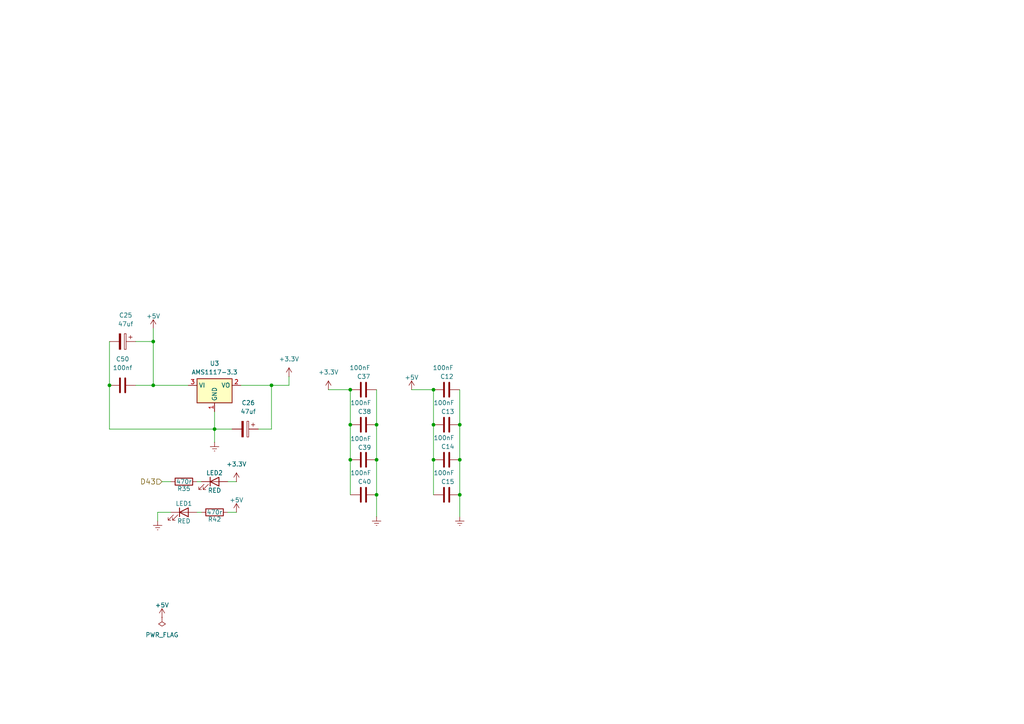
<source format=kicad_sch>
(kicad_sch (version 20231120) (generator "eeschema") (generator_version "8.0")
  (paper "A4")
  (title_block (title "STM32F407 Mega Layout") (date "2025-02-22") (rev "1.2") (company "MAZDUINO") (comment 1 "202501"))
  (lib_symbols
    (symbol "Device:C" (pin_numbers hide) (pin_names (offset 0.254))
      (property "Reference" "C" (at 0.635 2.54 0))
      (property "Value" "C" (at 0.635 -2.54 0))
      (symbol "C_0_1"
        (polyline (pts (xy -2.032 -0.762) (xy 2.032 -0.762)) (stroke (width 0.508)))
        (polyline (pts (xy -2.032 0.762) (xy 2.032 0.762)) (stroke (width 0.508)))
      )
      (symbol "C_1_1"
        (pin passive line (at 0 3.81 270) (length 2.794) (name "~") (number "1"))
        (pin passive line (at 0 -3.81 90) (length 2.794) (name "~") (number "2"))
      )
    )
    (symbol "Device:C_Polarized" (pin_numbers hide) (pin_names (offset 0.254))
      (property "Reference" "C" (at 0.635 2.54 0))
      (property "Value" "C_Polarized" (at 0.635 -2.54 0))
      (symbol "C_Polarized_0_1"
        (rectangle (start -2.286 0.508) (end 2.286 1.016))
        (polyline (pts (xy -1.778 2.286) (xy -0.762 2.286)))
        (polyline (pts (xy -1.27 2.794) (xy -1.27 1.778)))
        (rectangle (start 2.286 -0.508) (end -2.286 -1.016) (fill (type outline)))
      )
      (symbol "C_Polarized_1_1"
        (pin passive line (at 0 3.81 270) (length 2.794) (name "~") (number "1"))
        (pin passive line (at 0 -3.81 90) (length 2.794) (name "~") (number "2"))
      )
    )
    (symbol "Device:LED" (pin_numbers hide) (pin_names (offset 1.016) hide)
      (property "Reference" "D" (at 0 2.54 0))
      (property "Value" "LED" (at 0 -2.54 0))
      (symbol "LED_0_1"
        (polyline (pts (xy -1.27 -1.27) (xy -1.27 1.27)) (stroke (width 0.254)))
        (polyline (pts (xy -1.27 0) (xy 1.27 0)))
        (polyline (pts (xy 1.27 -1.27) (xy 1.27 1.27) (xy -1.27 0) (xy 1.27 -1.27)) (stroke (width 0.254)))
        (polyline (pts (xy -3.048 -0.762) (xy -4.572 -2.286) (xy -3.81 -2.286) (xy -4.572 -2.286) (xy -4.572 -1.524)))
        (polyline (pts (xy -1.778 -0.762) (xy -3.302 -2.286) (xy -2.54 -2.286) (xy -3.302 -2.286) (xy -3.302 -1.524)))
      )
      (symbol "LED_1_1"
        (pin passive line (at -3.81 0 0) (length 2.54) (name "K") (number "1"))
        (pin passive line (at 3.81 0 180) (length 2.54) (name "A") (number "2"))
      )
    )
    (symbol "Device:R" (pin_numbers hide) (pin_names (offset 0))
      (property "Reference" "R" (at 2.032 0 90))
      (property "Value" "R" (at 0 0 90))
      (symbol "R_0_1"
        (rectangle (start -1.016 -2.54) (end 1.016 2.54) (stroke (width 0.254)))
      )
      (symbol "R_1_1"
        (pin passive line (at 0 3.81 270) (length 1.27) (name "~") (number "1"))
        (pin passive line (at 0 -3.81 90) (length 1.27) (name "~") (number "2"))
      )
    )
    (symbol "Regulator_Linear:AMS1117-3.3"
      (property "Reference" "U" (at -3.81 3.175 0))
      (property "Value" "AMS1117-3.3" (at 0 3.175 0))
      (symbol "AMS1117-3.3_0_1"
        (rectangle (start -5.08 -5.08) (end 5.08 1.905) (stroke (width 0.254)) (fill (type background)))
      )
      (symbol "AMS1117-3.3_1_1"
        (pin power_in line (at 0 -7.62 90) (length 2.54) (name "GND") (number "1"))
        (pin power_out line (at 7.62 0 180) (length 2.54) (name "VO") (number "2"))
        (pin power_in line (at -7.62 0 0) (length 2.54) (name "VI") (number "3"))
      )
    )
    (symbol "power:+3.3V" (power) (pin_numbers hide) (pin_names (offset 0) hide)
      (property "Value" "+3.3V" (at 0 3.556 0))
      (symbol "+3.3V_0_1"
        (polyline (pts (xy -0.762 1.27) (xy 0 2.54)))
        (polyline (pts (xy 0 0) (xy 0 2.54)))
        (polyline (pts (xy 0 2.54) (xy 0.762 1.27)))
      )
      (symbol "+3.3V_1_1"
        (pin power_in line (at 0 0 90) (length 0) (name "~") (number "1"))
      )
    )
    (symbol "power:+5V" (power) (pin_numbers hide) (pin_names (offset 0) hide)
      (property "Value" "+5V" (at 0 3.556 0))
      (symbol "+5V_0_1"
        (polyline (pts (xy -0.762 1.27) (xy 0 2.54)))
        (polyline (pts (xy 0 0) (xy 0 2.54)))
        (polyline (pts (xy 0 2.54) (xy 0.762 1.27)))
      )
      (symbol "+5V_1_1"
        (pin power_in line (at 0 0 90) (length 0) (name "~") (number "1"))
      )
    )
    (symbol "power:Earth" (power) (pin_numbers hide) (pin_names (offset 0) hide)
      (property "Value" "Earth" (at 0 -3.81 0))
      (symbol "Earth_0_1"
        (polyline (pts (xy -0.635 -1.905) (xy 0.635 -1.905)))
        (polyline (pts (xy -0.127 -2.54) (xy 0.127 -2.54)))
        (polyline (pts (xy 0 -1.27) (xy 0 0)))
        (polyline (pts (xy 1.27 -1.27) (xy -1.27 -1.27)))
      )
      (symbol "Earth_1_1"
        (pin power_in line (at 0 0 270) (length 0) (name "~") (number "1"))
      )
    )
    (symbol "power:PWR_FLAG" (power) (pin_numbers hide) (pin_names (offset 0) hide)
      (property "Value" "PWR_FLAG" (at 0 3.81 0))
      (symbol "PWR_FLAG_0_0"
        (pin power_out line (at 0 0 90) (length 0) (name "~") (number "1"))
      )
      (symbol "PWR_FLAG_0_1"
        (polyline (pts (xy 0 0) (xy 0 1.27) (xy -1.016 1.905) (xy 0 2.54) (xy 1.016 1.905) (xy 0 1.27)))
      )
    )
  )
  (junction (at 125.73 113.03))
  (junction (at 109.22 123.19))
  (junction (at 101.6 113.03))
  (junction (at 125.73 133.35))
  (junction (at 109.22 133.35))
  (junction (at 133.35 133.35))
  (junction (at 125.73 123.19))
  (junction (at 101.6 123.19))
  (junction (at 133.35 123.19))
  (junction (at 133.35 143.51))
  (junction (at 109.22 143.51))
  (junction (at 31.75 111.76))
  (junction (at 62.23 124.46))
  (junction (at 78.74 111.76))
  (junction (at 44.45 111.76))
  (junction (at 101.6 133.35))
  (junction (at 44.45 99.06))
  (wire (pts (xy 119.38 113.03) (xy 125.73 113.03)))
  (wire (pts (xy 133.35 123.19) (xy 133.35 133.35)))
  (wire (pts (xy 45.72 151.13) (xy 45.72 148.59)))
  (wire (pts (xy 45.72 148.59) (xy 49.53 148.59)))
  (wire (pts (xy 39.37 111.76) (xy 44.45 111.76)))
  (wire (pts (xy 58.42 139.7) (xy 57.15 139.7)))
  (wire (pts (xy 101.6 133.35) (xy 101.6 143.51)))
  (wire (pts (xy 49.53 139.7) (xy 46.99 139.7)))
  (wire (pts (xy 101.6 123.19) (xy 101.6 133.35)))
  (wire (pts (xy 133.35 133.35) (xy 133.35 143.51)))
  (wire (pts (xy 109.22 113.03) (xy 109.22 123.19)))
  (wire (pts (xy 44.45 99.06) (xy 44.45 111.76)))
  (wire (pts (xy 31.75 124.46) (xy 31.75 111.76)))
  (wire (pts (xy 69.85 111.76) (xy 78.74 111.76)))
  (wire (pts (xy 125.73 123.19) (xy 125.73 133.35)))
  (wire (pts (xy 62.23 119.38) (xy 62.23 124.46)))
  (wire (pts (xy 133.35 143.51) (xy 133.35 149.86)))
  (wire (pts (xy 62.23 128.27) (xy 62.23 124.46)))
  (wire (pts (xy 125.73 133.35) (xy 125.73 143.51)))
  (wire (pts (xy 78.74 111.76) (xy 78.74 124.46)))
  (wire (pts (xy 109.22 143.51) (xy 109.22 149.86)))
  (wire (pts (xy 109.22 133.35) (xy 109.22 143.51)))
  (wire (pts (xy 67.31 124.46) (xy 62.23 124.46)))
  (wire (pts (xy 31.75 99.06) (xy 31.75 111.76)))
  (wire (pts (xy 83.82 109.22) (xy 83.82 111.76)))
  (wire (pts (xy 62.23 124.46) (xy 31.75 124.46)))
  (wire (pts (xy 66.04 148.59) (xy 68.58 148.59)))
  (wire (pts (xy 78.74 124.46) (xy 74.93 124.46)))
  (wire (pts (xy 66.04 139.7) (xy 68.58 139.7)))
  (wire (pts (xy 44.45 95.25) (xy 44.45 99.06)))
  (wire (pts (xy 101.6 113.03) (xy 101.6 123.19)))
  (wire (pts (xy 39.37 99.06) (xy 44.45 99.06)))
  (wire (pts (xy 125.73 113.03) (xy 125.73 123.19)))
  (wire (pts (xy 78.74 111.76) (xy 83.82 111.76)))
  (wire (pts (xy 133.35 113.03) (xy 133.35 123.19)))
  (wire (pts (xy 58.42 148.59) (xy 57.15 148.59)))
  (wire (pts (xy 95.25 113.03) (xy 101.6 113.03)))
  (wire (pts (xy 44.45 111.76) (xy 54.61 111.76)))
  (wire (pts (xy 109.22 123.19) (xy 109.22 133.35)))
  (hierarchical_label "D43" (shape input) (at 46.99 139.7 180) (effects (font (size 1.524 1.524))))
  (symbol (lib_id "Device:LED") (at 62.23 139.7 0) (unit 1)
    (property "Reference" "LED2" (at 62.23 137.16 0))
    (property "Value" "RED" (at 62.23 142.24 0))
    (property "Footprint" "LED_SMD:LED_0805_2012Metric" (effects (hide yes)))
    (property "MPN" "SML-310LTT86" (effects (hide yes)))
  )
  (symbol (lib_id "power:Earth") (at 62.23 128.27 0) (unit 1)
    (property "Reference" "#PWR059" (effects (hide yes)))
    (property "Value" "Earth" (effects (hide yes)))
    (property "Description" "Power symbol creates a global label with name \"Earth\"" (effects (hide yes)))
  )
  (symbol (lib_id "Device:C") (at 35.56 111.76 90) (unit 1)
    (property "Reference" "C50" (at 35.56 104.14 90))
    (property "Value" "100nf" (at 35.56 106.68 90))
    (property "Footprint" "Capacitor_SMD:C_0603_1608Metric" (effects (hide yes)))
    (property "Description" "Unpolarized capacitor" (effects (hide yes)))
  )
  (symbol (lib_id "power:Earth") (at 45.72 151.13 0) (unit 1)
    (property "Reference" "#PWR064" (effects (hide yes)))
    (property "Value" "Earth" (effects (hide yes)))
    (property "Description" "Power symbol creates a global label with name \"Earth\"" (effects (hide yes)))
  )
  (symbol (lib_id "Device:R") (at 53.34 139.7 270) (unit 1)
    (property "Reference" "R35" (at 53.34 141.732 90))
    (property "Value" "470r" (at 53.34 139.7 90))
    (property "Footprint" "Resistor_SMD:R_0805_2012Metric" (effects (hide yes)))
    (property "Description" "Resistor" (effects (hide yes)))
    (property "MPN" "RK73H2ATTD4700F" (effects (hide yes)))
  )
  (symbol (lib_id "Device:C") (at 129.54 113.03 90) (unit 1)
    (property "Reference" "C12" (at 131.572 109.22 90) (effects (justify left)))
    (property "Value" "100nF" (at 131.572 106.68 90) (effects (justify left)))
    (property "Footprint" "Capacitor_SMD:C_0603_1608Metric" (effects (hide yes)))
    (property "Description" "Unpolarized capacitor" (effects (hide yes)))
  )
  (symbol (lib_id "power:Earth") (at 133.35 149.86 0) (unit 1)
    (property "Reference" "#PWR054" (effects (hide yes)))
    (property "Value" "Earth" (effects (hide yes)))
    (property "Description" "Power symbol creates a global label with name \"Earth\"" (effects (hide yes)))
  )
  (symbol (lib_id "power:+5V") (at 68.58 148.59 0) (unit 1)
    (property "Reference" "#PWR063" (effects (hide yes)))
    (property "Value" "+5V" (at 68.58 145.034 0))
    (property "Description" "Power symbol creates a global label with name \"+5V\"" (effects (hide yes)))
  )
  (symbol (lib_id "Device:C") (at 105.41 143.51 90) (unit 1)
    (property "Reference" "C40" (at 107.696 139.7 90) (effects (justify left)))
    (property "Value" "100nF" (at 107.696 137.16 90) (effects (justify left)))
    (property "Footprint" "Capacitor_SMD:C_0603_1608Metric" (effects (hide yes)))
    (property "Description" "Unpolarized capacitor" (effects (hide yes)))
  )
  (symbol (lib_id "Device:C") (at 129.54 143.51 90) (unit 1)
    (property "Reference" "C15" (at 131.826 139.7 90) (effects (justify left)))
    (property "Value" "100nF" (at 131.826 137.16 90) (effects (justify left)))
    (property "Footprint" "Capacitor_SMD:C_0603_1608Metric" (effects (hide yes)))
    (property "Description" "Unpolarized capacitor" (effects (hide yes)))
  )
  (symbol (lib_id "Device:C_Polarized") (at 35.56 99.06 270) (unit 1)
    (property "Reference" "C25" (at 36.449 91.44 90))
    (property "Value" "47uf" (at 36.449 93.98 90))
    (property "Footprint" "Capacitor_SMD:CP_Elec_5x5.4" (effects (hide yes)))
    (property "Description" "Polarized capacitor" (effects (hide yes)))
  )
  (symbol (lib_id "power:+3.3V") (at 95.25 113.03 0) (unit 1)
    (property "Reference" "#PWR0101" (effects (hide yes)))
    (property "Value" "+3.3V" (at 95.25 107.95 0))
    (property "Description" "Power symbol creates a global label with name \"+3.3V\"" (effects (hide yes)))
  )
  (symbol (lib_id "power:+5V") (at 119.38 113.03 0) (unit 1)
    (property "Reference" "#PWR053" (effects (hide yes)))
    (property "Value" "+5V" (at 119.38 109.474 0))
    (property "Description" "Power symbol creates a global label with name \"+5V\"" (effects (hide yes)))
  )
  (symbol (lib_id "Device:C") (at 129.54 123.19 90) (unit 1)
    (property "Reference" "C13" (at 131.826 119.38 90) (effects (justify left)))
    (property "Value" "100nF" (at 131.826 116.84 90) (effects (justify left)))
    (property "Footprint" "Capacitor_SMD:C_0603_1608Metric" (effects (hide yes)))
    (property "Description" "Unpolarized capacitor" (effects (hide yes)))
  )
  (symbol (lib_id "Device:C") (at 129.54 133.35 90) (unit 1)
    (property "Reference" "C14" (at 131.826 129.54 90) (effects (justify left)))
    (property "Value" "100nF" (at 131.826 127 90) (effects (justify left)))
    (property "Footprint" "Capacitor_SMD:C_0603_1608Metric" (effects (hide yes)))
    (property "Description" "Unpolarized capacitor" (effects (hide yes)))
  )
  (symbol (lib_id "Regulator_Linear:AMS1117-3.3") (at 62.23 111.76 0) (unit 1)
    (property "Reference" "U3" (at 62.23 105.41 0))
    (property "Value" "AMS1117-3.3" (at 62.23 107.95 0))
    (property "Footprint" "Package_TO_SOT_SMD:SOT-223-3_TabPin2" (effects (hide yes)))
    (property "Datasheet" "http://www.advanced-monolithic.com/pdf/ds1117.pdf" (effects (hide yes)))
    (property "Description" "1A Low Dropout regulator, positive, 3.3V fixed output, SOT-223" (effects (hide yes)))
  )
  (symbol (lib_id "Device:LED") (at 53.34 148.59 0) (unit 1)
    (property "Reference" "LED1" (at 53.34 146.05 0))
    (property "Value" "RED" (at 53.34 151.13 0))
    (property "Footprint" "LED_SMD:LED_0805_2012Metric" (effects (hide yes)))
    (property "MPN" "SML-310LTT86" (effects (hide yes)))
  )
  (symbol (lib_id "Device:C") (at 105.41 123.19 90) (unit 1)
    (property "Reference" "C38" (at 107.696 119.38 90) (effects (justify left)))
    (property "Value" "100nF" (at 107.696 116.84 90) (effects (justify left)))
    (property "Footprint" "Capacitor_SMD:C_0603_1608Metric" (effects (hide yes)))
    (property "Description" "Unpolarized capacitor" (effects (hide yes)))
  )
  (symbol (lib_id "power:+5V") (at 44.45 95.25 0) (unit 1)
    (property "Reference" "#PWR0103" (effects (hide yes)))
    (property "Value" "+5V" (at 44.45 91.694 0))
    (property "Description" "Power symbol creates a global label with name \"+5V\"" (effects (hide yes)))
    (instances (project "Mazduino_STM32" (path "" (reference "#PWR0103") (unit 1))) (project "Mazduino_STM32" (path "" (reference "#PWR03") (unit 1))))
  )
  (symbol (lib_id "Device:C") (at 105.41 113.03 90) (unit 1)
    (property "Reference" "C37" (at 107.442 109.22 90) (effects (justify left)))
    (property "Value" "100nF" (at 107.442 106.68 90) (effects (justify left)))
    (property "Footprint" "Capacitor_SMD:C_0603_1608Metric" (effects (hide yes)))
    (property "Description" "Unpolarized capacitor" (effects (hide yes)))
  )
  (symbol (lib_id "power:+5V") (at 46.99 179.07 0) (unit 1)
    (property "Reference" "#PWR060" (effects (hide yes)))
    (property "Value" "+5V" (at 46.99 175.514 0))
    (property "Description" "Power symbol creates a global label with name \"+5V\"" (effects (hide yes)))
  )
  (symbol (lib_id "power:+3.3V") (at 68.58 139.7 0) (unit 1)
    (property "Reference" "#PWR0119" (effects (hide yes)))
    (property "Value" "+3.3V" (at 68.58 134.62 0))
    (property "Description" "Power symbol creates a global label with name \"+3.3V\"" (effects (hide yes)))
  )
  (symbol (lib_id "power:PWR_FLAG") (at 46.99 179.07 180) (unit 1)
    (property "Reference" "#FLG03" (effects (hide yes)))
    (property "Value" "PWR_FLAG" (at 46.99 184.15 0))
    (property "Description" "Special symbol for telling ERC where power comes from" (effects (hide yes)))
  )
  (symbol (lib_id "power:Earth") (at 109.22 149.86 0) (unit 1)
    (property "Reference" "#PWR0102" (effects (hide yes)))
    (property "Value" "Earth" (effects (hide yes)))
    (property "Description" "Power symbol creates a global label with name \"Earth\"" (effects (hide yes)))
  )
  (symbol (lib_id "Device:C_Polarized") (at 71.12 124.46 270) (unit 1)
    (property "Reference" "C26" (at 72.009 116.84 90))
    (property "Value" "47uf" (at 72.009 119.38 90))
    (property "Footprint" "Capacitor_SMD:CP_Elec_5x5.4" (effects (hide yes)))
    (property "Description" "Polarized capacitor" (effects (hide yes)))
  )
  (symbol (lib_id "Device:R") (at 62.23 148.59 270) (unit 1)
    (property "Reference" "R42" (at 62.23 150.622 90))
    (property "Value" "470r" (at 62.23 148.59 90))
    (property "Footprint" "Resistor_SMD:R_0805_2012Metric" (effects (hide yes)))
    (property "Description" "Resistor" (effects (hide yes)))
    (property "MPN" "RK73H2ATTD4700F" (effects (hide yes)))
  )
  (symbol (lib_id "power:+3.3V") (at 83.82 109.22 0) (unit 1)
    (property "Reference" "#PWR0135" (effects (hide yes)))
    (property "Value" "+3.3V" (at 83.82 104.14 0))
    (property "Description" "Power symbol creates a global label with name \"+3.3V\"" (effects (hide yes)))
  )
  (symbol (lib_id "Device:C") (at 105.41 133.35 90) (unit 1)
    (property "Reference" "C39" (at 107.696 129.794 90) (effects (justify left)))
    (property "Value" "100nF" (at 107.696 127.254 90) (effects (justify left)))
    (property "Footprint" "Capacitor_SMD:C_0603_1608Metric" (effects (hide yes)))
    (property "Description" "Unpolarized capacitor" (effects (hide yes)))
  )
)
</source>
